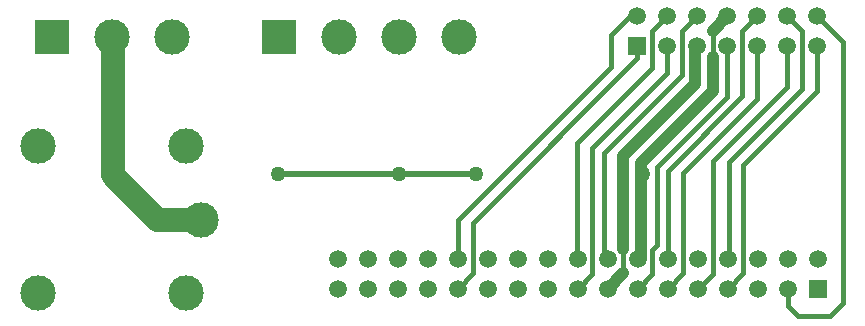
<source format=gbl>
%FSLAX43Y43*%
%MOMM*%
G71*
G01*
G75*
G04 Layer_Physical_Order=2*
%ADD10R,1.800X1.600*%
%ADD11C,0.500*%
%ADD12C,1.000*%
%ADD13C,2.000*%
%ADD14R,3.000X3.000*%
%ADD15C,3.000*%
%ADD16R,1.500X1.500*%
%ADD17C,1.500*%
%ADD18C,1.270*%
%ADD19C,0.400*%
D11*
X-45700Y9700D02*
X-28900D01*
D12*
X-15000Y2780D02*
Y10600D01*
X-8900Y21860D02*
X-7680Y23080D01*
X-15000Y9700D02*
X-14800D01*
X-16500Y11200D02*
X-10400Y17300D01*
X-16500Y3400D02*
Y11200D01*
X-17800Y0D02*
X-16500Y1300D01*
X-10400Y20360D02*
X-10220Y20540D01*
X-15000Y10600D02*
X-8900Y16700D01*
X-10400Y17300D02*
Y20360D01*
X-8900Y16700D02*
Y19600D01*
X-15240Y2540D02*
X-15000Y2780D01*
X-17780Y0D02*
Y20D01*
D13*
X-55908Y5808D02*
X-52196D01*
X-59700Y9600D02*
Y21200D01*
Y9600D02*
X-55908Y5808D01*
D14*
X-64800Y21300D02*
D03*
X-45600D02*
D03*
D15*
X-59720D02*
D03*
X-54640D02*
D03*
X-30360D02*
D03*
X-40520D02*
D03*
X-35440D02*
D03*
X-53496Y-392D02*
D03*
X-65996D02*
D03*
Y12108D02*
D03*
X-52196Y5808D02*
D03*
X-53496Y12108D02*
D03*
D16*
X0Y0D02*
D03*
X-15300Y20540D02*
D03*
D17*
X0Y2540D02*
D03*
X-2540Y0D02*
D03*
Y2540D02*
D03*
X-5080Y0D02*
D03*
X-5080Y2540D02*
D03*
X-7620Y0D02*
D03*
Y2540D02*
D03*
X-10160Y0D02*
D03*
Y2540D02*
D03*
X-12700Y0D02*
D03*
Y2540D02*
D03*
X-15240Y0D02*
D03*
Y2540D02*
D03*
X-17780Y0D02*
D03*
Y2540D02*
D03*
X-20320Y0D02*
D03*
Y2540D02*
D03*
X-22860Y0D02*
D03*
Y2540D02*
D03*
X-25400Y0D02*
D03*
Y2540D02*
D03*
X-27940Y0D02*
D03*
X-27940Y2540D02*
D03*
X-30480Y0D02*
D03*
Y2540D02*
D03*
X-33020Y0D02*
D03*
Y2540D02*
D03*
X-35560Y0D02*
D03*
Y2540D02*
D03*
X-38100Y0D02*
D03*
Y2540D02*
D03*
X-40640Y0D02*
D03*
X-40640Y2540D02*
D03*
X-60Y23080D02*
D03*
Y20540D02*
D03*
X-2600Y23080D02*
D03*
Y20540D02*
D03*
X-5140Y23080D02*
D03*
Y20540D02*
D03*
X-7680Y23080D02*
D03*
Y20540D02*
D03*
X-10220Y23080D02*
D03*
X-10220Y20540D02*
D03*
X-12760Y23080D02*
D03*
Y20540D02*
D03*
X-15300Y23080D02*
D03*
D18*
X-35500Y9700D02*
D03*
X-45700D02*
D03*
X-28900D02*
D03*
X-14800D02*
D03*
D19*
X-11500Y18100D02*
Y21800D01*
X-10220Y23080D01*
X-18100Y11500D02*
X-11500Y18100D01*
X-18100Y2860D02*
X-17780Y2540D01*
X-18100Y2860D02*
Y11500D01*
X-19100Y11900D02*
X-12760Y18240D01*
X-19100Y1220D02*
Y11900D01*
X-12760Y18240D02*
Y20540D01*
X-7700Y16200D02*
Y20500D01*
X-7680D02*
Y20540D01*
X-14000Y3300D02*
X-13600Y3700D01*
X-15240Y0D02*
X-14000Y1240D01*
X-13600Y10300D02*
X-7700Y16200D01*
X-11400Y9800D02*
X-5140Y16060D01*
X-12700Y10000D02*
X-6400Y16300D01*
X-8900Y10800D02*
X-2600Y17100D01*
X-6300Y10500D02*
X-60Y16740D01*
X-7500Y10700D02*
X-1300Y16900D01*
X-6300Y1320D02*
Y10500D01*
X-8900Y1260D02*
Y10800D01*
X-13600Y3700D02*
Y10300D01*
X-14000Y1240D02*
Y3300D01*
X-20400Y12300D02*
X-14000Y18700D01*
X-8900Y19600D02*
Y21860D01*
X-6400Y16300D02*
Y21820D01*
X-16500Y1300D02*
Y3400D01*
X-14000Y18700D02*
Y21840D01*
X-29200Y5600D02*
X-15300Y19500D01*
X-30480Y5820D02*
X-17500Y18800D01*
Y21500D01*
X-20400Y2500D02*
Y12300D01*
X-17800Y0D02*
X-17790Y10D01*
X-30480Y2540D02*
Y5820D01*
X-15300Y23080D02*
Y23100D01*
X-15920Y23080D02*
X-15300D01*
X-17500Y21500D02*
X-15920Y23080D01*
X-30500Y0D02*
X-29200Y1300D01*
X-15300Y19500D02*
Y20540D01*
X-29200Y1300D02*
Y5600D01*
X-14000Y21840D02*
X-12760Y23080D01*
X-20320Y0D02*
X-19100Y1220D01*
X-20400Y0D02*
X-20320D01*
X-12700Y2540D02*
Y10000D01*
X-11400Y1300D02*
Y9800D01*
X-6400Y21820D02*
X-5140Y23080D01*
X-7500Y2600D02*
Y10700D01*
X-5140Y16060D02*
Y20540D01*
X-12700Y0D02*
X-11400Y1300D01*
X-2600Y17100D02*
Y20540D01*
X-10160Y0D02*
X-8900Y1260D01*
X-7600Y2500D02*
X-7500Y2600D01*
X-2600Y23080D02*
X-1300Y21780D01*
Y16900D02*
Y21780D01*
X-60Y16740D02*
Y20540D01*
X-7620Y0D02*
X-6300Y1320D01*
X-60Y23080D02*
X2100Y20920D01*
X-2540Y-1460D02*
Y0D01*
Y-1460D02*
X-1700Y-2300D01*
X1000D01*
X2100Y-1200D01*
Y20920D01*
M02*

</source>
